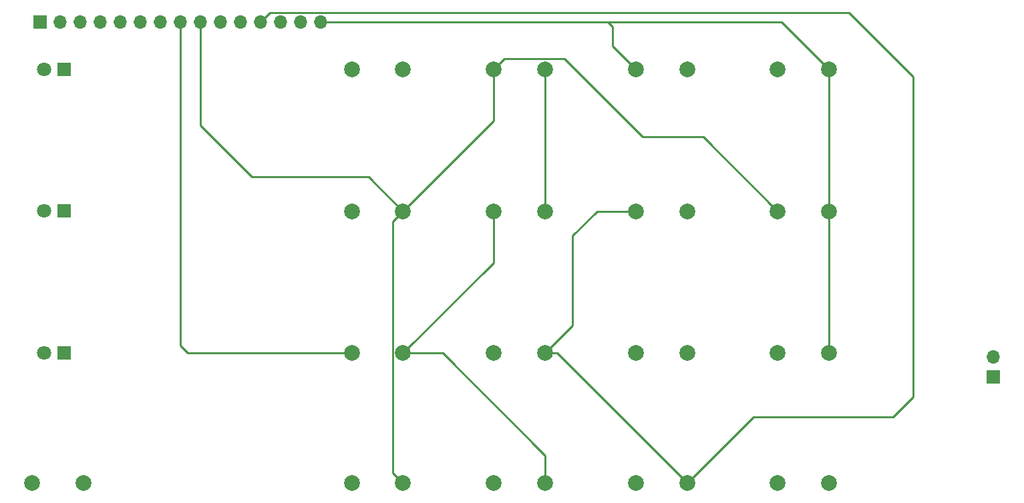
<source format=gbr>
%TF.GenerationSoftware,KiCad,Pcbnew,7.0.1-0*%
%TF.CreationDate,2024-08-11T08:47:00+01:00*%
%TF.ProjectId,Zero_1_Control_Panel,5a65726f-5f31-45f4-936f-6e74726f6c5f,rev?*%
%TF.SameCoordinates,Original*%
%TF.FileFunction,Copper,L2,Bot*%
%TF.FilePolarity,Positive*%
%FSLAX46Y46*%
G04 Gerber Fmt 4.6, Leading zero omitted, Abs format (unit mm)*
G04 Created by KiCad (PCBNEW 7.0.1-0) date 2024-08-11 08:47:00*
%MOMM*%
%LPD*%
G01*
G04 APERTURE LIST*
%TA.AperFunction,ComponentPad*%
%ADD10C,2.000000*%
%TD*%
%TA.AperFunction,ComponentPad*%
%ADD11R,1.700000X1.700000*%
%TD*%
%TA.AperFunction,ComponentPad*%
%ADD12O,1.700000X1.700000*%
%TD*%
%TA.AperFunction,ComponentPad*%
%ADD13R,1.800000X1.800000*%
%TD*%
%TA.AperFunction,ComponentPad*%
%ADD14C,1.800000*%
%TD*%
%TA.AperFunction,Conductor*%
%ADD15C,0.250000*%
%TD*%
G04 APERTURE END LIST*
D10*
%TO.P,SW5,1,1*%
%TO.N,Net-(J1-Pin_11)*%
X114500000Y-78040000D03*
%TO.P,SW5,2,2*%
%TO.N,Net-(J1-Pin_14)*%
X121000000Y-78040000D03*
%TD*%
D11*
%TO.P,J2,1,Pin_1*%
%TO.N,Net-(J1-Pin_2)*%
X177800000Y-99060000D03*
D12*
%TO.P,J2,2,Pin_2*%
%TO.N,Net-(J1-Pin_1)*%
X177800000Y-96520000D03*
%TD*%
D11*
%TO.P,J1,1,Pin_1*%
%TO.N,Net-(J1-Pin_1)*%
X57000000Y-54000000D03*
D12*
%TO.P,J1,2,Pin_2*%
%TO.N,Net-(J1-Pin_2)*%
X59540000Y-54000000D03*
%TO.P,J1,3,Pin_3*%
%TO.N,Net-(D1-A)*%
X62080000Y-54000000D03*
%TO.P,J1,4,Pin_4*%
%TO.N,Net-(D1-K)*%
X64620000Y-54000000D03*
%TO.P,J1,5,Pin_5*%
%TO.N,Net-(D2-K)*%
X67160000Y-54000000D03*
%TO.P,J1,6,Pin_6*%
%TO.N,Net-(D3-K)*%
X69700000Y-54000000D03*
%TO.P,J1,7,Pin_7*%
%TO.N,Net-(J1-Pin_7)*%
X72240000Y-54000000D03*
%TO.P,J1,8,Pin_8*%
%TO.N,Net-(J1-Pin_8)*%
X74780000Y-54000000D03*
%TO.P,J1,9,Pin_9*%
%TO.N,Net-(J1-Pin_9)*%
X77320000Y-54000000D03*
%TO.P,J1,10,Pin_10*%
%TO.N,Net-(J1-Pin_10)*%
X79860000Y-54000000D03*
%TO.P,J1,11,Pin_11*%
%TO.N,Net-(J1-Pin_11)*%
X82400000Y-54000000D03*
%TO.P,J1,12,Pin_12*%
%TO.N,Net-(J1-Pin_12)*%
X84940000Y-54000000D03*
%TO.P,J1,13,Pin_13*%
%TO.N,Net-(J1-Pin_13)*%
X87480000Y-54000000D03*
%TO.P,J1,14,Pin_14*%
%TO.N,Net-(J1-Pin_14)*%
X90020000Y-54000000D03*
%TO.P,J1,15,Pin_15*%
%TO.N,Net-(J1-Pin_15)*%
X92560000Y-54000000D03*
%TD*%
D10*
%TO.P,SW3,1,1*%
%TO.N,Net-(J1-Pin_8)*%
X132500000Y-96040000D03*
%TO.P,SW3,2,2*%
%TO.N,Net-(J1-Pin_13)*%
X139000000Y-96040000D03*
%TD*%
%TO.P,SW6,1,1*%
%TO.N,Net-(J1-Pin_12)*%
X132500000Y-78040000D03*
%TO.P,SW6,2,2*%
%TO.N,Net-(J1-Pin_14)*%
X139000000Y-78040000D03*
%TD*%
%TO.P,SW16,1,1*%
%TO.N,Net-(J1-Pin_10)*%
X132500000Y-112540000D03*
%TO.P,SW16,2,2*%
%TO.N,Net-(J1-Pin_12)*%
X139000000Y-112540000D03*
%TD*%
%TO.P,SW11,1,1*%
%TO.N,Net-(J1-Pin_10)*%
X150500000Y-112540000D03*
%TO.P,SW11,2,2*%
%TO.N,Net-(J1-Pin_13)*%
X157000000Y-112540000D03*
%TD*%
%TO.P,SW13,1,1*%
%TO.N,Net-(J1-Pin_12)*%
X150500000Y-60040000D03*
%TO.P,SW13,2,2*%
%TO.N,Net-(J1-Pin_15)*%
X157000000Y-60040000D03*
%TD*%
%TO.P,SW7,1,1*%
%TO.N,Net-(J1-Pin_13)*%
X96500000Y-60040000D03*
%TO.P,SW7,2,2*%
%TO.N,Net-(J1-Pin_14)*%
X103000000Y-60040000D03*
%TD*%
%TO.P,SW12,1,1*%
%TO.N,Net-(J1-Pin_10)*%
X114500000Y-112540000D03*
%TO.P,SW12,2,2*%
%TO.N,Net-(J1-Pin_11)*%
X121000000Y-112540000D03*
%TD*%
%TO.P,SW17,1,1*%
%TO.N,Net-(J1-Pin_7)*%
X56000000Y-112540000D03*
%TO.P,SW17,2,2*%
%TO.N,Net-(J1-Pin_8)*%
X62500000Y-112540000D03*
%TD*%
D13*
%TO.P,D1,1,K*%
%TO.N,Net-(D1-K)*%
X60000000Y-60000000D03*
D14*
%TO.P,D1,2,A*%
%TO.N,Net-(D1-A)*%
X57460000Y-60000000D03*
%TD*%
D10*
%TO.P,SW14,1,1*%
%TO.N,Net-(J1-Pin_13)*%
X150500000Y-96040000D03*
%TO.P,SW14,2,2*%
%TO.N,Net-(J1-Pin_15)*%
X157000000Y-96040000D03*
%TD*%
%TO.P,SW2,1,1*%
%TO.N,Net-(J1-Pin_8)*%
X114500000Y-96040000D03*
%TO.P,SW2,2,2*%
%TO.N,Net-(J1-Pin_12)*%
X121000000Y-96040000D03*
%TD*%
%TO.P,SW15,1,1*%
%TO.N,Net-(J1-Pin_9)*%
X150500000Y-78040000D03*
%TO.P,SW15,2,2*%
%TO.N,Net-(J1-Pin_15)*%
X157000000Y-78040000D03*
%TD*%
%TO.P,SW9,1,1*%
%TO.N,Net-(J1-Pin_15)*%
X132500000Y-60040000D03*
%TO.P,SW9,2,2*%
%TO.N,Net-(J1-Pin_11)*%
X139000000Y-60040000D03*
%TD*%
%TO.P,SW1,1,1*%
%TO.N,Net-(J1-Pin_8)*%
X96500000Y-96040000D03*
%TO.P,SW1,2,2*%
%TO.N,Net-(J1-Pin_11)*%
X103000000Y-96040000D03*
%TD*%
D13*
%TO.P,D2,1,K*%
%TO.N,Net-(D2-K)*%
X60000000Y-78000000D03*
D14*
%TO.P,D2,2,A*%
%TO.N,Net-(D1-A)*%
X57460000Y-78000000D03*
%TD*%
D10*
%TO.P,SW10,1,1*%
%TO.N,Net-(J1-Pin_10)*%
X96500000Y-112540000D03*
%TO.P,SW10,2,2*%
%TO.N,Net-(J1-Pin_9)*%
X103000000Y-112540000D03*
%TD*%
D13*
%TO.P,D3,1,K*%
%TO.N,Net-(D3-K)*%
X60000000Y-96000000D03*
D14*
%TO.P,D3,2,A*%
%TO.N,Net-(D1-A)*%
X57460000Y-96000000D03*
%TD*%
D10*
%TO.P,SW4,1,1*%
%TO.N,Net-(J1-Pin_8)*%
X96500000Y-78040000D03*
%TO.P,SW4,2,2*%
%TO.N,Net-(J1-Pin_9)*%
X103000000Y-78040000D03*
%TD*%
%TO.P,SW8,1,1*%
%TO.N,Net-(J1-Pin_9)*%
X114500000Y-60040000D03*
%TO.P,SW8,2,2*%
%TO.N,Net-(J1-Pin_14)*%
X121000000Y-60040000D03*
%TD*%
D15*
%TO.N,Net-(J1-Pin_15)*%
X157000000Y-60040000D02*
X157000000Y-96040000D01*
%TO.N,Net-(J1-Pin_9)*%
X114500000Y-60040000D02*
X115825000Y-58715000D01*
X123485000Y-58715000D02*
X133350000Y-68580000D01*
X133350000Y-68580000D02*
X141040000Y-68580000D01*
X141040000Y-68580000D02*
X150500000Y-78040000D01*
X115825000Y-58715000D02*
X123485000Y-58715000D01*
%TO.N,Net-(J1-Pin_12)*%
X84940000Y-54000000D02*
X86115000Y-52825000D01*
X86115000Y-52825000D02*
X159505000Y-52825000D01*
X159505000Y-52825000D02*
X167640000Y-60960000D01*
X167640000Y-60960000D02*
X167640000Y-101600000D01*
X167640000Y-101600000D02*
X165100000Y-104140000D01*
X165100000Y-104140000D02*
X147400000Y-104140000D01*
X147400000Y-104140000D02*
X139000000Y-112540000D01*
X139000000Y-112540000D02*
X122500000Y-96040000D01*
X122500000Y-96040000D02*
X121000000Y-96040000D01*
%TO.N,Net-(J1-Pin_11)*%
X103000000Y-96040000D02*
X108000000Y-96040000D01*
X108000000Y-96040000D02*
X121000000Y-109040000D01*
X121000000Y-109040000D02*
X121000000Y-112540000D01*
%TO.N,Net-(J1-Pin_12)*%
X121000000Y-96040000D02*
X124500000Y-92540000D01*
X124500000Y-92540000D02*
X124500000Y-81100000D01*
X124500000Y-81100000D02*
X127560000Y-78040000D01*
X127560000Y-78040000D02*
X132500000Y-78040000D01*
%TO.N,Net-(J1-Pin_8)*%
X74780000Y-95100000D02*
X75720000Y-96040000D01*
X75720000Y-96040000D02*
X96500000Y-96040000D01*
X74780000Y-54000000D02*
X74780000Y-95100000D01*
%TO.N,Net-(J1-Pin_9)*%
X83820000Y-73660000D02*
X98620000Y-73660000D01*
X77320000Y-54000000D02*
X77320000Y-67160000D01*
X101675000Y-111215000D02*
X103000000Y-112540000D01*
X101675000Y-79365000D02*
X101675000Y-111215000D01*
X77320000Y-67160000D02*
X83820000Y-73660000D01*
X103000000Y-78040000D02*
X101675000Y-79365000D01*
X114500000Y-66540000D02*
X114500000Y-60040000D01*
X103000000Y-78040000D02*
X114500000Y-66540000D01*
X98620000Y-73660000D02*
X103000000Y-78040000D01*
%TO.N,Net-(J1-Pin_11)*%
X114500000Y-78040000D02*
X114500000Y-84540000D01*
X114500000Y-84540000D02*
X103000000Y-96040000D01*
%TO.N,Net-(J1-Pin_14)*%
X121000000Y-60040000D02*
X121000000Y-78040000D01*
%TO.N,Net-(J1-Pin_15)*%
X150960000Y-54000000D02*
X157000000Y-60040000D01*
X129540000Y-54610000D02*
X129540000Y-57080000D01*
X129540000Y-57080000D02*
X132500000Y-60040000D01*
X128930000Y-54000000D02*
X129540000Y-54610000D01*
X128930000Y-54000000D02*
X150960000Y-54000000D01*
X92560000Y-54000000D02*
X128930000Y-54000000D01*
%TD*%
M02*

</source>
